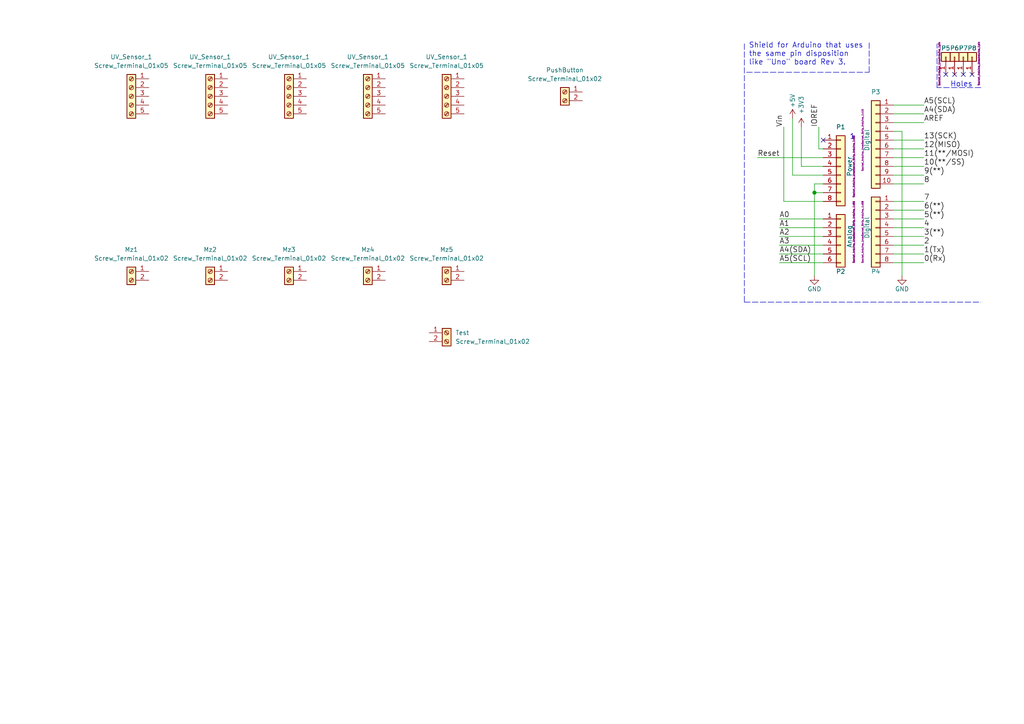
<source format=kicad_sch>
(kicad_sch (version 20211123) (generator eeschema)
  (paper "A4")
  (title_block (date "lun. 30 mars 2015"))
  (lib_symbols
    (symbol "Connector:Screw_Terminal_01x02" (pin_names (offset 1.016) hide)
      (property "Reference" "J" (at 0 2.54 0))
      (property "Value" "Screw_Terminal_01x02" (at 0 -5.08 0))
      (symbol "Screw_Terminal_01x02_1_1"
        (rectangle (start -1.27 1.27) (end 1.27 -3.81) (stroke (width 0.254)) (fill (type background)))
        (circle (center 0 -2.54) (radius 0.635) (stroke (width 0.1524)))
        (polyline (pts (xy -0.5334 -2.2098) (xy 0.3302 -3.048)) (stroke (width 0.1524)))
        (polyline (pts (xy -0.5334 0.3302) (xy 0.3302 -0.508)) (stroke (width 0.1524)))
        (polyline (pts (xy -0.3556 -2.032) (xy 0.508 -2.8702)) (stroke (width 0.1524)))
        (polyline (pts (xy -0.3556 0.508) (xy 0.508 -0.3302)) (stroke (width 0.1524)))
        (circle (center 0 0) (radius 0.635) (stroke (width 0.1524)))
        (pin passive line (at -5.08 0 0) (length 3.81) (name "Pin_1") (number "1"))
        (pin passive line (at -5.08 -2.54 0) (length 3.81) (name "Pin_2") (number "2"))
      )
    )
    (symbol "Connector:Screw_Terminal_01x05" (pin_names (offset 1.016) hide)
      (property "Reference" "J" (at 0 7.62 0))
      (property "Value" "Screw_Terminal_01x05" (at 0 -7.62 0))
      (symbol "Screw_Terminal_01x05_1_1"
        (rectangle (start -1.27 6.35) (end 1.27 -6.35) (stroke (width 0.254)) (fill (type background)))
        (circle (center 0 -5.08) (radius 0.635) (stroke (width 0.1524)))
        (circle (center 0 -2.54) (radius 0.635) (stroke (width 0.1524)))
        (polyline (pts (xy -0.5334 -4.7498) (xy 0.3302 -5.588)) (stroke (width 0.1524)))
        (polyline (pts (xy -0.5334 -2.2098) (xy 0.3302 -3.048)) (stroke (width 0.1524)))
        (polyline (pts (xy -0.5334 0.3302) (xy 0.3302 -0.508)) (stroke (width 0.1524)))
        (polyline (pts (xy -0.5334 2.8702) (xy 0.3302 2.032)) (stroke (width 0.1524)))
        (polyline (pts (xy -0.5334 5.4102) (xy 0.3302 4.572)) (stroke (width 0.1524)))
        (polyline (pts (xy -0.3556 -4.572) (xy 0.508 -5.4102)) (stroke (width 0.1524)))
        (polyline (pts (xy -0.3556 -2.032) (xy 0.508 -2.8702)) (stroke (width 0.1524)))
        (polyline (pts (xy -0.3556 0.508) (xy 0.508 -0.3302)) (stroke (width 0.1524)))
        (polyline (pts (xy -0.3556 3.048) (xy 0.508 2.2098)) (stroke (width 0.1524)))
        (polyline (pts (xy -0.3556 5.588) (xy 0.508 4.7498)) (stroke (width 0.1524)))
        (circle (center 0 0) (radius 0.635) (stroke (width 0.1524)))
        (circle (center 0 2.54) (radius 0.635) (stroke (width 0.1524)))
        (circle (center 0 5.08) (radius 0.635) (stroke (width 0.1524)))
        (pin passive line (at -5.08 5.08 0) (length 3.81) (name "Pin_1") (number "1"))
        (pin passive line (at -5.08 2.54 0) (length 3.81) (name "Pin_2") (number "2"))
        (pin passive line (at -5.08 0 0) (length 3.81) (name "Pin_3") (number "3"))
        (pin passive line (at -5.08 -2.54 0) (length 3.81) (name "Pin_4") (number "4"))
        (pin passive line (at -5.08 -5.08 0) (length 3.81) (name "Pin_5") (number "5"))
      )
    )
    (symbol "Connector_Generic:Conn_01x01" (pin_names (offset 1.016) hide)
      (property "Reference" "J" (at 0 2.54 0))
      (property "Value" "Conn_01x01" (at 0 -2.54 0))
      (symbol "Conn_01x01_1_1"
        (rectangle (start -1.27 0.127) (end 0 -0.127) (stroke (width 0.1524)))
        (rectangle (start -1.27 1.27) (end 1.27 -1.27) (stroke (width 0.254)) (fill (type background)))
        (pin passive line (at -5.08 0 0) (length 3.81) (name "Pin_1") (number "1"))
      )
    )
    (symbol "Connector_Generic:Conn_01x06" (pin_names (offset 1.016) hide)
      (property "Reference" "J" (at 0 7.62 0))
      (property "Value" "Conn_01x06" (at 0 -10.16 0))
      (symbol "Conn_01x06_1_1"
        (rectangle (start -1.27 -7.493) (end 0 -7.747) (stroke (width 0.1524)))
        (rectangle (start -1.27 -4.953) (end 0 -5.207) (stroke (width 0.1524)))
        (rectangle (start -1.27 -2.413) (end 0 -2.667) (stroke (width 0.1524)))
        (rectangle (start -1.27 0.127) (end 0 -0.127) (stroke (width 0.1524)))
        (rectangle (start -1.27 2.667) (end 0 2.413) (stroke (width 0.1524)))
        (rectangle (start -1.27 5.207) (end 0 4.953) (stroke (width 0.1524)))
        (rectangle (start -1.27 6.35) (end 1.27 -8.89) (stroke (width 0.254)) (fill (type background)))
        (pin passive line (at -5.08 5.08 0) (length 3.81) (name "Pin_1") (number "1"))
        (pin passive line (at -5.08 2.54 0) (length 3.81) (name "Pin_2") (number "2"))
        (pin passive line (at -5.08 0 0) (length 3.81) (name "Pin_3") (number "3"))
        (pin passive line (at -5.08 -2.54 0) (length 3.81) (name "Pin_4") (number "4"))
        (pin passive line (at -5.08 -5.08 0) (length 3.81) (name "Pin_5") (number "5"))
        (pin passive line (at -5.08 -7.62 0) (length 3.81) (name "Pin_6") (number "6"))
      )
    )
    (symbol "Connector_Generic:Conn_01x08" (pin_names (offset 1.016) hide)
      (property "Reference" "J" (at 0 10.16 0))
      (property "Value" "Conn_01x08" (at 0 -12.7 0))
      (symbol "Conn_01x08_1_1"
        (rectangle (start -1.27 -10.033) (end 0 -10.287) (stroke (width 0.1524)))
        (rectangle (start -1.27 -7.493) (end 0 -7.747) (stroke (width 0.1524)))
        (rectangle (start -1.27 -4.953) (end 0 -5.207) (stroke (width 0.1524)))
        (rectangle (start -1.27 -2.413) (end 0 -2.667) (stroke (width 0.1524)))
        (rectangle (start -1.27 0.127) (end 0 -0.127) (stroke (width 0.1524)))
        (rectangle (start -1.27 2.667) (end 0 2.413) (stroke (width 0.1524)))
        (rectangle (start -1.27 5.207) (end 0 4.953) (stroke (width 0.1524)))
        (rectangle (start -1.27 7.747) (end 0 7.493) (stroke (width 0.1524)))
        (rectangle (start -1.27 8.89) (end 1.27 -11.43) (stroke (width 0.254)) (fill (type background)))
        (pin passive line (at -5.08 7.62 0) (length 3.81) (name "Pin_1") (number "1"))
        (pin passive line (at -5.08 5.08 0) (length 3.81) (name "Pin_2") (number "2"))
        (pin passive line (at -5.08 2.54 0) (length 3.81) (name "Pin_3") (number "3"))
        (pin passive line (at -5.08 0 0) (length 3.81) (name "Pin_4") (number "4"))
        (pin passive line (at -5.08 -2.54 0) (length 3.81) (name "Pin_5") (number "5"))
        (pin passive line (at -5.08 -5.08 0) (length 3.81) (name "Pin_6") (number "6"))
        (pin passive line (at -5.08 -7.62 0) (length 3.81) (name "Pin_7") (number "7"))
        (pin passive line (at -5.08 -10.16 0) (length 3.81) (name "Pin_8") (number "8"))
      )
    )
    (symbol "Connector_Generic:Conn_01x10" (pin_names (offset 1.016) hide)
      (property "Reference" "J" (at 0 12.7 0))
      (property "Value" "Conn_01x10" (at 0 -15.24 0))
      (symbol "Conn_01x10_1_1"
        (rectangle (start -1.27 -12.573) (end 0 -12.827) (stroke (width 0.1524)))
        (rectangle (start -1.27 -10.033) (end 0 -10.287) (stroke (width 0.1524)))
        (rectangle (start -1.27 -7.493) (end 0 -7.747) (stroke (width 0.1524)))
        (rectangle (start -1.27 -4.953) (end 0 -5.207) (stroke (width 0.1524)))
        (rectangle (start -1.27 -2.413) (end 0 -2.667) (stroke (width 0.1524)))
        (rectangle (start -1.27 0.127) (end 0 -0.127) (stroke (width 0.1524)))
        (rectangle (start -1.27 2.667) (end 0 2.413) (stroke (width 0.1524)))
        (rectangle (start -1.27 5.207) (end 0 4.953) (stroke (width 0.1524)))
        (rectangle (start -1.27 7.747) (end 0 7.493) (stroke (width 0.1524)))
        (rectangle (start -1.27 10.287) (end 0 10.033) (stroke (width 0.1524)))
        (rectangle (start -1.27 11.43) (end 1.27 -13.97) (stroke (width 0.254)) (fill (type background)))
        (pin passive line (at -5.08 10.16 0) (length 3.81) (name "Pin_1") (number "1"))
        (pin passive line (at -5.08 -12.7 0) (length 3.81) (name "Pin_10") (number "10"))
        (pin passive line (at -5.08 7.62 0) (length 3.81) (name "Pin_2") (number "2"))
        (pin passive line (at -5.08 5.08 0) (length 3.81) (name "Pin_3") (number "3"))
        (pin passive line (at -5.08 2.54 0) (length 3.81) (name "Pin_4") (number "4"))
        (pin passive line (at -5.08 0 0) (length 3.81) (name "Pin_5") (number "5"))
        (pin passive line (at -5.08 -2.54 0) (length 3.81) (name "Pin_6") (number "6"))
        (pin passive line (at -5.08 -5.08 0) (length 3.81) (name "Pin_7") (number "7"))
        (pin passive line (at -5.08 -7.62 0) (length 3.81) (name "Pin_8") (number "8"))
        (pin passive line (at -5.08 -10.16 0) (length 3.81) (name "Pin_9") (number "9"))
      )
    )
    (symbol "power:+3.3V" (power) (pin_names (offset 0))
      (property "Value" "+3.3V" (at 0 3.556 0))
      (symbol "+3.3V_0_1"
        (polyline (pts (xy -0.762 1.27) (xy 0 2.54)))
        (polyline (pts (xy 0 0) (xy 0 2.54)))
        (polyline (pts (xy 0 2.54) (xy 0.762 1.27)))
      )
      (symbol "+3.3V_1_1"
        (pin power_in line (at 0 0 90) (length 0) hide (name "+3V3") (number "1"))
      )
    )
    (symbol "power:+5V" (power) (pin_names (offset 0))
      (property "Value" "+5V" (at 0 3.556 0))
      (symbol "+5V_0_1"
        (polyline (pts (xy -0.762 1.27) (xy 0 2.54)))
        (polyline (pts (xy 0 0) (xy 0 2.54)))
        (polyline (pts (xy 0 2.54) (xy 0.762 1.27)))
      )
      (symbol "+5V_1_1"
        (pin power_in line (at 0 0 90) (length 0) hide (name "+5V") (number "1"))
      )
    )
    (symbol "power:GND" (power) (pin_names (offset 0))
      (property "Value" "GND" (at 0 -3.81 0))
      (symbol "GND_0_1"
        (polyline (pts (xy 0 0) (xy 0 -1.27) (xy 1.27 -1.27) (xy 0 -2.54) (xy -1.27 -1.27) (xy 0 -1.27)))
      )
      (symbol "GND_1_1"
        (pin power_in line (at 0 0 270) (length 0) hide (name "GND") (number "1"))
      )
    )
  )
  (junction (at 236.22 55.88) (diameter 1.016))
  (no_connect (at 279.4 21.59))
  (no_connect (at 274.32 21.59))
  (no_connect (at 276.86 21.59))
  (no_connect (at 281.94 21.59))
  (no_connect (at 238.76 40.64))
  (wire (pts (xy 238.76 48.26) (xy 232.41 48.26)))
  (wire (pts (xy 238.76 71.12) (xy 226.06 71.12)))
  (polyline (pts (xy 252.095 20.955) (xy 252.095 12.065)) (stroke (width 0) (type dash)))
  (wire (pts (xy 259.08 63.5) (xy 267.97 63.5)))
  (wire (pts (xy 236.22 53.34) (xy 236.22 55.88)))
  (wire (pts (xy 259.08 43.18) (xy 267.97 43.18)))
  (wire (pts (xy 261.62 38.1) (xy 261.62 80.01)))
  (wire (pts (xy 238.76 53.34) (xy 236.22 53.34)))
  (wire (pts (xy 259.08 53.34) (xy 267.97 53.34)))
  (wire (pts (xy 237.49 43.18) (xy 238.76 43.18)))
  (wire (pts (xy 238.76 50.8) (xy 229.87 50.8)))
  (wire (pts (xy 259.08 40.64) (xy 267.97 40.64)))
  (wire (pts (xy 259.08 58.42) (xy 267.97 58.42)))
  (wire (pts (xy 238.76 66.04) (xy 226.06 66.04)))
  (wire (pts (xy 259.08 30.48) (xy 267.97 30.48)))
  (wire (pts (xy 259.08 71.12) (xy 267.97 71.12)))
  (wire (pts (xy 238.76 58.42) (xy 227.33 58.42)))
  (wire (pts (xy 238.76 63.5) (xy 226.06 63.5)))
  (wire (pts (xy 259.08 45.72) (xy 267.97 45.72)))
  (wire (pts (xy 238.76 73.66) (xy 226.06 73.66)))
  (polyline (pts (xy 284.48 25.4) (xy 271.78 25.4)) (stroke (width 0) (type dash)))
  (wire (pts (xy 238.76 45.72) (xy 219.71 45.72)))
  (wire (pts (xy 259.08 38.1) (xy 261.62 38.1)))
  (wire (pts (xy 238.76 55.88) (xy 236.22 55.88)))
  (wire (pts (xy 259.08 50.8) (xy 267.97 50.8)))
  (wire (pts (xy 236.22 55.88) (xy 236.22 80.01)))
  (wire (pts (xy 227.33 58.42) (xy 227.33 36.83)))
  (polyline (pts (xy 215.9 87.63) (xy 284.48 87.63)) (stroke (width 0) (type dash)))
  (wire (pts (xy 259.08 68.58) (xy 267.97 68.58)))
  (wire (pts (xy 238.76 76.2) (xy 226.06 76.2)))
  (wire (pts (xy 259.08 73.66) (xy 267.97 73.66)))
  (polyline (pts (xy 271.78 25.4) (xy 271.78 12.7)) (stroke (width 0) (type dash)))
  (wire (pts (xy 259.08 60.96) (xy 267.97 60.96)))
  (wire (pts (xy 229.87 50.8) (xy 229.87 34.29)))
  (wire (pts (xy 259.08 33.02) (xy 267.97 33.02)))
  (wire (pts (xy 259.08 66.04) (xy 267.97 66.04)))
  (wire (pts (xy 259.08 35.56) (xy 267.97 35.56)))
  (polyline (pts (xy 215.9 12.7) (xy 215.9 87.63)) (stroke (width 0) (type dash)))
  (wire (pts (xy 232.41 48.26) (xy 232.41 36.83)))
  (wire (pts (xy 237.49 36.83) (xy 237.49 43.18)))
  (wire (pts (xy 259.08 76.2) (xy 267.97 76.2)))
  (wire (pts (xy 259.08 48.26) (xy 267.97 48.26)))
  (wire (pts (xy 238.76 68.58) (xy 226.06 68.58)))
  (polyline (pts (xy 216.535 20.955) (xy 252.095 20.955)) (stroke (width 0) (type dash)))
  (text "Holes" (at 275.59 25.4 0) (effects (font (size 1.524 1.524)) (justify left bottom)))
  (text "Shield for Arduino that uses\nthe same pin disposition\nlike \"Uno\" board Rev 3." (at 217.17 19.05 0) (effects (font (size 1.524 1.524)) (justify left bottom)))
  (text "1" (at 246.38 40.64 0) (effects (font (size 1.524 1.524)) (justify left bottom)))
  (label "Vin" (at 227.33 36.83 90) (effects (font (size 1.524 1.524))))
  (label "0(Rx)" (at 267.97 76.2 0) (effects (font (size 1.524 1.524))))
  (label "A4(SDA)" (at 226.06 73.66 0) (effects (font (size 1.524 1.524))))
  (label "4" (at 267.97 66.04 0) (effects (font (size 1.524 1.524))))
  (label "5(**)" (at 267.97 63.5 0) (effects (font (size 1.524 1.524))))
  (label "A2" (at 226.06 68.58 0) (effects (font (size 1.524 1.524))))
  (label "A5(SCL)" (at 226.06 76.2 0) (effects (font (size 1.524 1.524))))
  (label "A0" (at 226.06 63.5 0) (effects (font (size 1.524 1.524))))
  (label "A1" (at 226.06 66.04 0) (effects (font (size 1.524 1.524))))
  (label "10(**/SS)" (at 267.97 48.26 0) (effects (font (size 1.524 1.524))))
  (label "13(SCK)" (at 267.97 40.64 0) (effects (font (size 1.524 1.524))))
  (label "7" (at 267.97 58.42 0) (effects (font (size 1.524 1.524))))
  (label "A4(SDA)" (at 267.97 33.02 0) (effects (font (size 1.524 1.524))))
  (label "A3" (at 226.06 71.12 0) (effects (font (size 1.524 1.524))))
  (label "Reset" (at 219.71 45.72 0) (effects (font (size 1.524 1.524))))
  (label "2" (at 267.97 71.12 0) (effects (font (size 1.524 1.524))))
  (label "12(MISO)" (at 267.97 43.18 0) (effects (font (size 1.524 1.524))))
  (label "3(**)" (at 267.97 68.58 0) (effects (font (size 1.524 1.524))))
  (label "9(**)" (at 267.97 50.8 0) (effects (font (size 1.524 1.524))))
  (label "8" (at 267.97 53.34 0) (effects (font (size 1.524 1.524))))
  (label "A5(SCL)" (at 267.97 30.48 0) (effects (font (size 1.524 1.524))))
  (label "IOREF" (at 237.49 36.83 90) (effects (font (size 1.524 1.524))))
  (label "AREF" (at 267.97 35.56 0) (effects (font (size 1.524 1.524))))
  (label "11(**/MOSI)" (at 267.97 45.72 0) (effects (font (size 1.524 1.524))))
  (label "1(Tx)" (at 267.97 73.66 0) (effects (font (size 1.524 1.524))))
  (label "6(**)" (at 267.97 60.96 0) (effects (font (size 1.524 1.524))))
  (symbol (lib_id "Connector_Generic:Conn_01x08") (at 243.84 48.26 0) (unit 1)
    (property "Reference" "P1" (at 243.84 36.83 0))
    (property "Value" "Power" (at 246.38 48.26 90))
    (property "Footprint" "Socket_Arduino_Uno:Socket_Strip_Arduino_1x08" (at 247.65 48.26 90) (effects (font (size 0.508 0.508))))
  )
  (symbol (lib_id "power:+3.3V") (at 232.41 36.83 0) (unit 1)
    (property "Reference" "#PWR01" (effects hide))
    (property "Value" "+3.3V" (at 232.41 30.48 90))
  )
  (symbol (lib_id "power:+5V") (at 229.87 34.29 0) (unit 1)
    (property "Reference" "#PWR02" (effects hide))
    (property "Value" "+5V" (at 229.87 29.21 90))
  )
  (symbol (lib_id "power:GND") (at 236.22 80.01 0) (unit 1)
    (property "Reference" "#PWR03" (effects hide))
    (property "Value" "GND" (at 236.22 83.82 0))
  )
  (symbol (lib_id "power:GND") (at 261.62 80.01 0) (unit 1)
    (property "Reference" "#PWR04" (effects hide))
    (property "Value" "GND" (at 261.62 83.82 0))
  )
  (symbol (lib_id "Connector_Generic:Conn_01x06") (at 243.84 68.58 0) (unit 1)
    (property "Reference" "P2" (at 243.84 78.74 0))
    (property "Value" "Analog" (at 246.38 68.58 90))
    (property "Footprint" "Socket_Arduino_Uno:Socket_Strip_Arduino_1x06" (at 247.65 67.31 90) (effects (font (size 0.508 0.508))))
  )
  (symbol (lib_id "Connector_Generic:Conn_01x01") (at 274.32 16.51 90) (unit 1)
    (property "Reference" "P5" (at 274.32 13.97 90))
    (property "Value" "CONN_01X01" (effects hide))
    (property "Footprint" "Socket_Arduino_Uno:Arduino_1pin" (at 272.4404 18.5166 0) (effects (font (size 0.508 0.508))))
  )
  (symbol (lib_id "Connector_Generic:Conn_01x01") (at 276.86 16.51 90) (unit 1)
    (property "Reference" "P6" (at 276.86 13.97 90))
    (property "Value" "CONN_01X01" (effects hide))
    (property "Footprint" "Socket_Arduino_Uno:Arduino_1pin" (effects hide))
  )
  (symbol (lib_id "Connector_Generic:Conn_01x01") (at 279.4 16.51 90) (unit 1)
    (property "Reference" "P7" (at 279.4 13.97 90))
    (property "Value" "CONN_01X01" (effects hide))
    (property "Footprint" "Socket_Arduino_Uno:Arduino_1pin" (effects hide))
  )
  (symbol (lib_id "Connector_Generic:Conn_01x01") (at 281.94 16.51 90) (unit 1)
    (property "Reference" "P8" (at 281.94 13.97 90))
    (property "Value" "CONN_01X01" (effects hide))
    (property "Footprint" "Socket_Arduino_Uno:Arduino_1pin" (at 283.9212 18.4404 0) (effects (font (size 0.508 0.508))))
  )
  (symbol (lib_id "Connector_Generic:Conn_01x08") (at 254 66.04 0) (mirror y) (unit 1)
    (property "Reference" "P4" (at 254 78.74 0))
    (property "Value" "Digital" (at 251.46 66.04 90))
    (property "Footprint" "Socket_Arduino_Uno:Socket_Strip_Arduino_1x08" (at 250.19 67.31 90) (effects (font (size 0.508 0.508))))
  )
  (symbol (lib_id "Connector_Generic:Conn_01x10") (at 254 40.64 0) (mirror y) (unit 1)
    (property "Reference" "P3" (at 254 26.67 0))
    (property "Value" "Digital" (at 251.46 40.64 90))
    (property "Footprint" "Socket_Arduino_Uno:Socket_Strip_Arduino_1x10" (at 250.19 40.64 90) (effects (font (size 0.508 0.508))))
  )
  (symbol (lib_id "Connector:Screw_Terminal_01x05") (at 38.1 27.94 0) (mirror y) (unit 1)
    (property "Reference" "UV_Sensor_1" (at 38.1 16.51 0))
    (property "Value" "Screw_Terminal_01x05" (at 38.1 19.05 0))
  )
  (symbol (lib_id "Connector:Screw_Terminal_01x02") (at 38.1 78.74 0) (mirror y) (unit 1)
    (property "Reference" "Mz1" (at 38.1 72.39 0))
    (property "Value" "Screw_Terminal_01x02" (at 38.1 74.93 0))
  )
  (symbol (lib_id "Connector:Screw_Terminal_01x05") (at 106.68 27.94 0) (mirror y) (unit 1)
    (property "Reference" "UV_Sensor_1" (at 106.68 16.51 0))
    (property "Value" "Screw_Terminal_01x05" (at 106.68 19.05 0))
  )
  (symbol (lib_id "Connector:Screw_Terminal_01x02") (at 129.54 78.74 0) (mirror y) (unit 1)
    (property "Reference" "Mz5" (at 129.54 72.39 0))
    (property "Value" "Screw_Terminal_01x02" (at 129.54 74.93 0))
  )
  (symbol (lib_id "Connector:Screw_Terminal_01x02") (at 83.82 78.74 0) (mirror y) (unit 1)
    (property "Reference" "Mz3" (at 83.82 72.39 0))
    (property "Value" "Screw_Terminal_01x02" (at 83.82 74.93 0))
  )
  (symbol (lib_id "Connector:Screw_Terminal_01x02") (at 106.68 78.74 0) (mirror y) (unit 1)
    (property "Reference" "Mz4" (at 106.68 72.39 0))
    (property "Value" "Screw_Terminal_01x02" (at 106.68 74.93 0))
  )
  (symbol (lib_id "Connector:Screw_Terminal_01x02") (at 163.83 26.67 0) (mirror y) (unit 1)
    (property "Reference" "PushButton" (at 163.83 20.32 0))
    (property "Value" "Screw_Terminal_01x02" (at 163.83 22.86 0))
  )
  (symbol (lib_id "Connector:Screw_Terminal_01x05") (at 60.96 27.94 0) (mirror y) (unit 1)
    (property "Reference" "UV_Sensor_1" (at 60.96 16.51 0))
    (property "Value" "Screw_Terminal_01x05" (at 60.96 19.05 0))
  )
  (symbol (lib_id "Connector:Screw_Terminal_01x02") (at 60.96 78.74 0) (mirror y) (unit 1)
    (property "Reference" "Mz2" (at 60.96 72.39 0))
    (property "Value" "Screw_Terminal_01x02" (at 60.96 74.93 0))
  )
  (symbol (lib_id "Connector:Screw_Terminal_01x05") (at 83.82 27.94 0) (mirror y) (unit 1)
    (property "Reference" "UV_Sensor_1" (at 83.82 16.51 0))
    (property "Value" "Screw_Terminal_01x05" (at 83.82 19.05 0))
  )
  (symbol (lib_id "Connector:Screw_Terminal_01x02") (at 129.54 96.52 0) (unit 1)
    (property "Reference" "Test" (at 132.08 96.5199 0) (effects (justify left)))
    (property "Value" "Screw_Terminal_01x02" (at 132.08 99.0599 0) (effects (justify left)))
  )
  (symbol (lib_id "Connector:Screw_Terminal_01x05") (at 129.54 27.94 0) (mirror y) (unit 1)
    (property "Reference" "UV_Sensor_1" (at 129.54 16.51 0))
    (property "Value" "Screw_Terminal_01x05" (at 129.54 19.05 0))
  )
)
</source>
